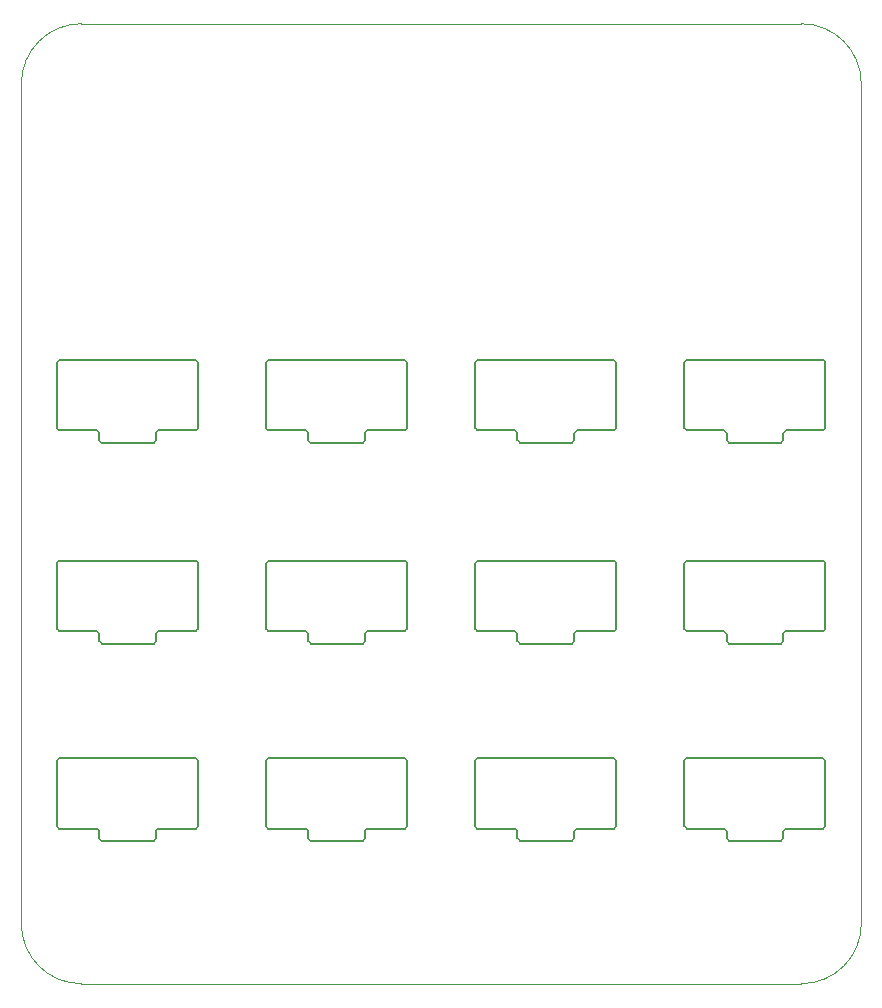
<source format=gbr>
%TF.GenerationSoftware,KiCad,Pcbnew,(5.1.10)-1*%
%TF.CreationDate,2021-07-14T17:28:46+02:00*%
%TF.ProjectId,kailh-keys,6b61696c-682d-46b6-9579-732e6b696361,rev?*%
%TF.SameCoordinates,Original*%
%TF.FileFunction,Profile,NP*%
%FSLAX46Y46*%
G04 Gerber Fmt 4.6, Leading zero omitted, Abs format (unit mm)*
G04 Created by KiCad (PCBNEW (5.1.10)-1) date 2021-07-14 17:28:46*
%MOMM*%
%LPD*%
G01*
G04 APERTURE LIST*
%TA.AperFunction,Profile*%
%ADD10C,0.050000*%
%TD*%
%TA.AperFunction,Profile*%
%ADD11C,0.200000*%
%TD*%
G04 APERTURE END LIST*
D10*
X233045000Y-36195000D02*
G75*
G02*
X238125000Y-41275000I0J-5080000D01*
G01*
X172085000Y-117475000D02*
X233045000Y-117475000D01*
X172085000Y-117475000D02*
G75*
G02*
X167005000Y-112395000I0J5080000D01*
G01*
X238125000Y-112395000D02*
G75*
G02*
X233045000Y-117475000I-5080000J0D01*
G01*
X167005000Y-41275000D02*
G75*
G02*
X172085000Y-36195000I5080000J0D01*
G01*
X233045000Y-36195000D02*
X172085000Y-36195000D01*
X238125000Y-112395000D02*
X238125000Y-41275000D01*
X167005000Y-41275000D02*
X167005000Y-112395000D01*
D11*
%TO.C,SW1*%
X170227059Y-70636903D02*
X173413000Y-70636903D01*
X173613000Y-70836903D02*
X173613000Y-71479000D01*
X170227059Y-64653232D02*
X181766518Y-64653232D01*
X181966518Y-70436903D02*
X181966518Y-64853232D01*
X170027059Y-70436903D02*
X170027059Y-64853232D01*
X178413310Y-70836903D02*
X178413310Y-71479000D01*
X173813000Y-71679000D02*
X178213310Y-71679000D01*
X178613310Y-70636903D02*
X181766518Y-70636903D01*
X178413310Y-70836903D02*
G75*
G02*
X178613310Y-70636903I200000J0D01*
G01*
X178413310Y-71479000D02*
G75*
G02*
X178213310Y-71679000I-200000J0D01*
G01*
X170027059Y-64853232D02*
G75*
G02*
X170227059Y-64653232I200000J0D01*
G01*
X181966518Y-70436903D02*
G75*
G02*
X181766518Y-70636903I-200000J0D01*
G01*
X170227059Y-70636903D02*
G75*
G02*
X170027059Y-70436903I0J200000D01*
G01*
X181766518Y-64653232D02*
G75*
G02*
X181966518Y-64853232I0J-200000D01*
G01*
X173413000Y-70636903D02*
G75*
G02*
X173613000Y-70836903I0J-200000D01*
G01*
X173813000Y-71679000D02*
G75*
G02*
X173613000Y-71479000I0J200000D01*
G01*
%TO.C,SW2*%
X187927059Y-70636903D02*
X191113000Y-70636903D01*
X191313000Y-70836903D02*
X191313000Y-71479000D01*
X187927059Y-64653232D02*
X199466518Y-64653232D01*
X199666518Y-70436903D02*
X199666518Y-64853232D01*
X187727059Y-70436903D02*
X187727059Y-64853232D01*
X196113310Y-70836903D02*
X196113310Y-71479000D01*
X191513000Y-71679000D02*
X195913310Y-71679000D01*
X196313310Y-70636903D02*
X199466518Y-70636903D01*
X196113310Y-70836903D02*
G75*
G02*
X196313310Y-70636903I200000J0D01*
G01*
X196113310Y-71479000D02*
G75*
G02*
X195913310Y-71679000I-200000J0D01*
G01*
X187727059Y-64853232D02*
G75*
G02*
X187927059Y-64653232I200000J0D01*
G01*
X199666518Y-70436903D02*
G75*
G02*
X199466518Y-70636903I-200000J0D01*
G01*
X187927059Y-70636903D02*
G75*
G02*
X187727059Y-70436903I0J200000D01*
G01*
X199466518Y-64653232D02*
G75*
G02*
X199666518Y-64853232I0J-200000D01*
G01*
X191113000Y-70636903D02*
G75*
G02*
X191313000Y-70836903I0J-200000D01*
G01*
X191513000Y-71679000D02*
G75*
G02*
X191313000Y-71479000I0J200000D01*
G01*
%TO.C,SW3*%
X205627059Y-70636903D02*
X208813000Y-70636903D01*
X209013000Y-70836903D02*
X209013000Y-71479000D01*
X205627059Y-64653232D02*
X217166518Y-64653232D01*
X217366518Y-70436903D02*
X217366518Y-64853232D01*
X205427059Y-70436903D02*
X205427059Y-64853232D01*
X213813310Y-70836903D02*
X213813310Y-71479000D01*
X209213000Y-71679000D02*
X213613310Y-71679000D01*
X214013310Y-70636903D02*
X217166518Y-70636903D01*
X213813310Y-70836903D02*
G75*
G02*
X214013310Y-70636903I200000J0D01*
G01*
X213813310Y-71479000D02*
G75*
G02*
X213613310Y-71679000I-200000J0D01*
G01*
X205427059Y-64853232D02*
G75*
G02*
X205627059Y-64653232I200000J0D01*
G01*
X217366518Y-70436903D02*
G75*
G02*
X217166518Y-70636903I-200000J0D01*
G01*
X205627059Y-70636903D02*
G75*
G02*
X205427059Y-70436903I0J200000D01*
G01*
X217166518Y-64653232D02*
G75*
G02*
X217366518Y-64853232I0J-200000D01*
G01*
X208813000Y-70636903D02*
G75*
G02*
X209013000Y-70836903I0J-200000D01*
G01*
X209213000Y-71679000D02*
G75*
G02*
X209013000Y-71479000I0J200000D01*
G01*
%TO.C,SW4*%
X223327059Y-70636903D02*
X226513000Y-70636903D01*
X226713000Y-70836903D02*
X226713000Y-71479000D01*
X223327059Y-64653232D02*
X234866518Y-64653232D01*
X235066518Y-70436903D02*
X235066518Y-64853232D01*
X223127059Y-70436903D02*
X223127059Y-64853232D01*
X231513310Y-70836903D02*
X231513310Y-71479000D01*
X226913000Y-71679000D02*
X231313310Y-71679000D01*
X231713310Y-70636903D02*
X234866518Y-70636903D01*
X231513310Y-70836903D02*
G75*
G02*
X231713310Y-70636903I200000J0D01*
G01*
X231513310Y-71479000D02*
G75*
G02*
X231313310Y-71679000I-200000J0D01*
G01*
X223127059Y-64853232D02*
G75*
G02*
X223327059Y-64653232I200000J0D01*
G01*
X235066518Y-70436903D02*
G75*
G02*
X234866518Y-70636903I-200000J0D01*
G01*
X223327059Y-70636903D02*
G75*
G02*
X223127059Y-70436903I0J200000D01*
G01*
X234866518Y-64653232D02*
G75*
G02*
X235066518Y-64853232I0J-200000D01*
G01*
X226513000Y-70636903D02*
G75*
G02*
X226713000Y-70836903I0J-200000D01*
G01*
X226913000Y-71679000D02*
G75*
G02*
X226713000Y-71479000I0J200000D01*
G01*
%TO.C,SW5*%
X170227059Y-87636903D02*
X173413000Y-87636903D01*
X173613000Y-87836903D02*
X173613000Y-88479000D01*
X170227059Y-81653232D02*
X181766518Y-81653232D01*
X181966518Y-87436903D02*
X181966518Y-81853232D01*
X170027059Y-87436903D02*
X170027059Y-81853232D01*
X178413310Y-87836903D02*
X178413310Y-88479000D01*
X173813000Y-88679000D02*
X178213310Y-88679000D01*
X178613310Y-87636903D02*
X181766518Y-87636903D01*
X178413310Y-87836903D02*
G75*
G02*
X178613310Y-87636903I200000J0D01*
G01*
X178413310Y-88479000D02*
G75*
G02*
X178213310Y-88679000I-200000J0D01*
G01*
X170027059Y-81853232D02*
G75*
G02*
X170227059Y-81653232I200000J0D01*
G01*
X181966518Y-87436903D02*
G75*
G02*
X181766518Y-87636903I-200000J0D01*
G01*
X170227059Y-87636903D02*
G75*
G02*
X170027059Y-87436903I0J200000D01*
G01*
X181766518Y-81653232D02*
G75*
G02*
X181966518Y-81853232I0J-200000D01*
G01*
X173413000Y-87636903D02*
G75*
G02*
X173613000Y-87836903I0J-200000D01*
G01*
X173813000Y-88679000D02*
G75*
G02*
X173613000Y-88479000I0J200000D01*
G01*
%TO.C,SW6*%
X187927059Y-87636903D02*
X191113000Y-87636903D01*
X191313000Y-87836903D02*
X191313000Y-88479000D01*
X187927059Y-81653232D02*
X199466518Y-81653232D01*
X199666518Y-87436903D02*
X199666518Y-81853232D01*
X187727059Y-87436903D02*
X187727059Y-81853232D01*
X196113310Y-87836903D02*
X196113310Y-88479000D01*
X191513000Y-88679000D02*
X195913310Y-88679000D01*
X196313310Y-87636903D02*
X199466518Y-87636903D01*
X196113310Y-87836903D02*
G75*
G02*
X196313310Y-87636903I200000J0D01*
G01*
X196113310Y-88479000D02*
G75*
G02*
X195913310Y-88679000I-200000J0D01*
G01*
X187727059Y-81853232D02*
G75*
G02*
X187927059Y-81653232I200000J0D01*
G01*
X199666518Y-87436903D02*
G75*
G02*
X199466518Y-87636903I-200000J0D01*
G01*
X187927059Y-87636903D02*
G75*
G02*
X187727059Y-87436903I0J200000D01*
G01*
X199466518Y-81653232D02*
G75*
G02*
X199666518Y-81853232I0J-200000D01*
G01*
X191113000Y-87636903D02*
G75*
G02*
X191313000Y-87836903I0J-200000D01*
G01*
X191513000Y-88679000D02*
G75*
G02*
X191313000Y-88479000I0J200000D01*
G01*
%TO.C,SW7*%
X205627059Y-87636903D02*
X208813000Y-87636903D01*
X209013000Y-87836903D02*
X209013000Y-88479000D01*
X205627059Y-81653232D02*
X217166518Y-81653232D01*
X217366518Y-87436903D02*
X217366518Y-81853232D01*
X205427059Y-87436903D02*
X205427059Y-81853232D01*
X213813310Y-87836903D02*
X213813310Y-88479000D01*
X209213000Y-88679000D02*
X213613310Y-88679000D01*
X214013310Y-87636903D02*
X217166518Y-87636903D01*
X213813310Y-87836903D02*
G75*
G02*
X214013310Y-87636903I200000J0D01*
G01*
X213813310Y-88479000D02*
G75*
G02*
X213613310Y-88679000I-200000J0D01*
G01*
X205427059Y-81853232D02*
G75*
G02*
X205627059Y-81653232I200000J0D01*
G01*
X217366518Y-87436903D02*
G75*
G02*
X217166518Y-87636903I-200000J0D01*
G01*
X205627059Y-87636903D02*
G75*
G02*
X205427059Y-87436903I0J200000D01*
G01*
X217166518Y-81653232D02*
G75*
G02*
X217366518Y-81853232I0J-200000D01*
G01*
X208813000Y-87636903D02*
G75*
G02*
X209013000Y-87836903I0J-200000D01*
G01*
X209213000Y-88679000D02*
G75*
G02*
X209013000Y-88479000I0J200000D01*
G01*
%TO.C,SW8*%
X223327059Y-87636903D02*
X226513000Y-87636903D01*
X226713000Y-87836903D02*
X226713000Y-88479000D01*
X223327059Y-81653232D02*
X234866518Y-81653232D01*
X235066518Y-87436903D02*
X235066518Y-81853232D01*
X223127059Y-87436903D02*
X223127059Y-81853232D01*
X231513310Y-87836903D02*
X231513310Y-88479000D01*
X226913000Y-88679000D02*
X231313310Y-88679000D01*
X231713310Y-87636903D02*
X234866518Y-87636903D01*
X231513310Y-87836903D02*
G75*
G02*
X231713310Y-87636903I200000J0D01*
G01*
X231513310Y-88479000D02*
G75*
G02*
X231313310Y-88679000I-200000J0D01*
G01*
X223127059Y-81853232D02*
G75*
G02*
X223327059Y-81653232I200000J0D01*
G01*
X235066518Y-87436903D02*
G75*
G02*
X234866518Y-87636903I-200000J0D01*
G01*
X223327059Y-87636903D02*
G75*
G02*
X223127059Y-87436903I0J200000D01*
G01*
X234866518Y-81653232D02*
G75*
G02*
X235066518Y-81853232I0J-200000D01*
G01*
X226513000Y-87636903D02*
G75*
G02*
X226713000Y-87836903I0J-200000D01*
G01*
X226913000Y-88679000D02*
G75*
G02*
X226713000Y-88479000I0J200000D01*
G01*
%TO.C,SW9*%
X170227059Y-104336903D02*
X173413000Y-104336903D01*
X173613000Y-104536903D02*
X173613000Y-105179000D01*
X170227059Y-98353232D02*
X181766518Y-98353232D01*
X181966518Y-104136903D02*
X181966518Y-98553232D01*
X170027059Y-104136903D02*
X170027059Y-98553232D01*
X178413310Y-104536903D02*
X178413310Y-105179000D01*
X173813000Y-105379000D02*
X178213310Y-105379000D01*
X178613310Y-104336903D02*
X181766518Y-104336903D01*
X178413310Y-104536903D02*
G75*
G02*
X178613310Y-104336903I200000J0D01*
G01*
X178413310Y-105179000D02*
G75*
G02*
X178213310Y-105379000I-200000J0D01*
G01*
X170027059Y-98553232D02*
G75*
G02*
X170227059Y-98353232I200000J0D01*
G01*
X181966518Y-104136903D02*
G75*
G02*
X181766518Y-104336903I-200000J0D01*
G01*
X170227059Y-104336903D02*
G75*
G02*
X170027059Y-104136903I0J200000D01*
G01*
X181766518Y-98353232D02*
G75*
G02*
X181966518Y-98553232I0J-200000D01*
G01*
X173413000Y-104336903D02*
G75*
G02*
X173613000Y-104536903I0J-200000D01*
G01*
X173813000Y-105379000D02*
G75*
G02*
X173613000Y-105179000I0J200000D01*
G01*
%TO.C,SW10*%
X187927059Y-104336903D02*
X191113000Y-104336903D01*
X191313000Y-104536903D02*
X191313000Y-105179000D01*
X187927059Y-98353232D02*
X199466518Y-98353232D01*
X199666518Y-104136903D02*
X199666518Y-98553232D01*
X187727059Y-104136903D02*
X187727059Y-98553232D01*
X196113310Y-104536903D02*
X196113310Y-105179000D01*
X191513000Y-105379000D02*
X195913310Y-105379000D01*
X196313310Y-104336903D02*
X199466518Y-104336903D01*
X196113310Y-104536903D02*
G75*
G02*
X196313310Y-104336903I200000J0D01*
G01*
X196113310Y-105179000D02*
G75*
G02*
X195913310Y-105379000I-200000J0D01*
G01*
X187727059Y-98553232D02*
G75*
G02*
X187927059Y-98353232I200000J0D01*
G01*
X199666518Y-104136903D02*
G75*
G02*
X199466518Y-104336903I-200000J0D01*
G01*
X187927059Y-104336903D02*
G75*
G02*
X187727059Y-104136903I0J200000D01*
G01*
X199466518Y-98353232D02*
G75*
G02*
X199666518Y-98553232I0J-200000D01*
G01*
X191113000Y-104336903D02*
G75*
G02*
X191313000Y-104536903I0J-200000D01*
G01*
X191513000Y-105379000D02*
G75*
G02*
X191313000Y-105179000I0J200000D01*
G01*
%TO.C,SW11*%
X205627059Y-104336903D02*
X208813000Y-104336903D01*
X209013000Y-104536903D02*
X209013000Y-105179000D01*
X205627059Y-98353232D02*
X217166518Y-98353232D01*
X217366518Y-104136903D02*
X217366518Y-98553232D01*
X205427059Y-104136903D02*
X205427059Y-98553232D01*
X213813310Y-104536903D02*
X213813310Y-105179000D01*
X209213000Y-105379000D02*
X213613310Y-105379000D01*
X214013310Y-104336903D02*
X217166518Y-104336903D01*
X213813310Y-104536903D02*
G75*
G02*
X214013310Y-104336903I200000J0D01*
G01*
X213813310Y-105179000D02*
G75*
G02*
X213613310Y-105379000I-200000J0D01*
G01*
X205427059Y-98553232D02*
G75*
G02*
X205627059Y-98353232I200000J0D01*
G01*
X217366518Y-104136903D02*
G75*
G02*
X217166518Y-104336903I-200000J0D01*
G01*
X205627059Y-104336903D02*
G75*
G02*
X205427059Y-104136903I0J200000D01*
G01*
X217166518Y-98353232D02*
G75*
G02*
X217366518Y-98553232I0J-200000D01*
G01*
X208813000Y-104336903D02*
G75*
G02*
X209013000Y-104536903I0J-200000D01*
G01*
X209213000Y-105379000D02*
G75*
G02*
X209013000Y-105179000I0J200000D01*
G01*
%TO.C,SW12*%
X223327059Y-104336903D02*
X226513000Y-104336903D01*
X226713000Y-104536903D02*
X226713000Y-105179000D01*
X223327059Y-98353232D02*
X234866518Y-98353232D01*
X235066518Y-104136903D02*
X235066518Y-98553232D01*
X223127059Y-104136903D02*
X223127059Y-98553232D01*
X231513310Y-104536903D02*
X231513310Y-105179000D01*
X226913000Y-105379000D02*
X231313310Y-105379000D01*
X231713310Y-104336903D02*
X234866518Y-104336903D01*
X231513310Y-104536903D02*
G75*
G02*
X231713310Y-104336903I200000J0D01*
G01*
X231513310Y-105179000D02*
G75*
G02*
X231313310Y-105379000I-200000J0D01*
G01*
X223127059Y-98553232D02*
G75*
G02*
X223327059Y-98353232I200000J0D01*
G01*
X235066518Y-104136903D02*
G75*
G02*
X234866518Y-104336903I-200000J0D01*
G01*
X223327059Y-104336903D02*
G75*
G02*
X223127059Y-104136903I0J200000D01*
G01*
X234866518Y-98353232D02*
G75*
G02*
X235066518Y-98553232I0J-200000D01*
G01*
X226513000Y-104336903D02*
G75*
G02*
X226713000Y-104536903I0J-200000D01*
G01*
X226913000Y-105379000D02*
G75*
G02*
X226713000Y-105179000I0J200000D01*
G01*
%TD*%
M02*

</source>
